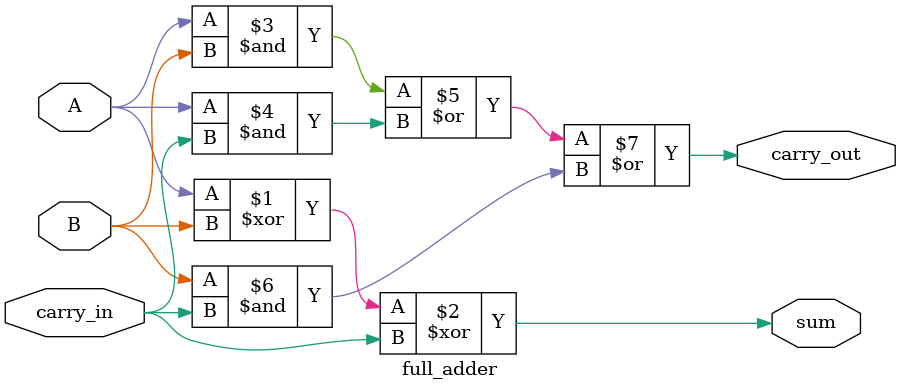
<source format=v>

 module main(clk,sw,leds);
    input clk,sw;                       
    output[7:0] leds;
    reg[7:0] cnt;
    reg[7:0] sum;

    always@(posedge clk) begin
        if(sw) 
            cnt <= cnt + 1;
        else
            cnt <= cnt - 1;
    end
    assign leds = cnt;

endmodule

module ripple_carry_adder(A,rip_sum);
                        input[7:0] A;
                        output[7:0] rip_sum;
                        wire[7:0] carry;
                        genvar i;
                        generate
                        for(i = 0; i < 8 ; i = i + 1) begin
                            if( i == 0)
                                full_adder u1(A[0], 1'b1, 1'b0, rip_sum[0], carry[0]);
                            else 
                                full_adder u2(A[i], 1'b1, carry[i-1], rip_sum[i], carry[i]);
                        end
                        endgenerate                        
endmodule

module full_adder(input A,B,carry_in,
                  output sum, carry_out);

                  assign  sum = (A ^ B ^ carry_in);
                  assign  carry_out = (A & B) | (A & carry_in) | (B & carry_in);

endmodule
</source>
